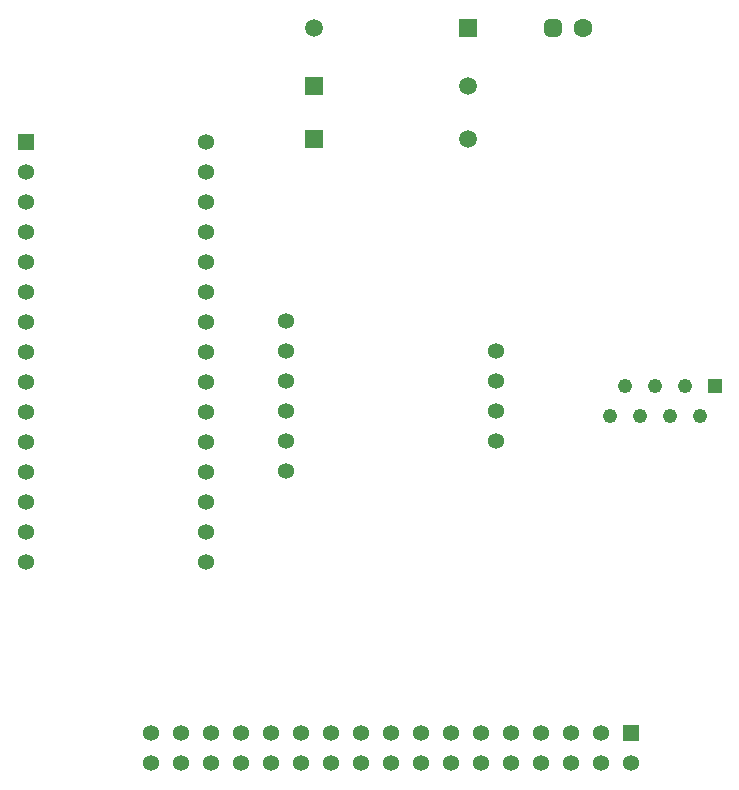
<source format=gbr>
G04 Generated by Ultiboard 14.1 *
%FSLAX24Y24*%
%MOIN*%

%ADD10C,0.0001*%
%ADD11R,0.0534X0.0534*%
%ADD12C,0.0534*%
%ADD13R,0.0208X0.0208*%
%ADD14C,0.0392*%
%ADD15C,0.0633*%
%ADD16C,0.0490*%
%ADD17R,0.0490X0.0490*%
%ADD18C,0.0591*%
%ADD19R,0.0591X0.0591*%


G04 ColorRGB FF00CC for the following layer *
%LNSolder Mask Top*%
%LPD*%
G54D10*
G54D11*
X22150Y2380D03*
X1970Y22100D03*
G54D12*
X21150Y2380D03*
X20150Y2380D03*
X19150Y2380D03*
X18150Y2380D03*
X17150Y2380D03*
X16150Y2380D03*
X15150Y2380D03*
X14150Y2380D03*
X13150Y2380D03*
X12150Y2380D03*
X11150Y2380D03*
X10150Y2380D03*
X9150Y2380D03*
X8150Y2380D03*
X7150Y2380D03*
X6150Y2380D03*
X22150Y1380D03*
X21150Y1380D03*
X20150Y1380D03*
X19150Y1380D03*
X18150Y1380D03*
X17150Y1380D03*
X16150Y1380D03*
X15150Y1380D03*
X14150Y1380D03*
X13150Y1380D03*
X12150Y1380D03*
X11150Y1380D03*
X10150Y1380D03*
X9150Y1380D03*
X8150Y1380D03*
X7150Y1380D03*
X6150Y1380D03*
X10650Y16130D03*
X10650Y15130D03*
X17650Y15130D03*
X10650Y14130D03*
X17650Y14130D03*
X10650Y13130D03*
X17650Y13130D03*
X10650Y12130D03*
X17650Y12130D03*
X10650Y11130D03*
X1970Y14100D03*
X7970Y19100D03*
X1970Y21100D03*
X7970Y21100D03*
X1970Y19100D03*
X7970Y16100D03*
X7970Y15100D03*
X7970Y22100D03*
X1970Y20100D03*
X7970Y20100D03*
X1970Y18100D03*
X7970Y18100D03*
X1970Y17100D03*
X7970Y17100D03*
X1970Y16100D03*
X1970Y15100D03*
X7970Y14100D03*
X1970Y13100D03*
X7970Y13100D03*
X1970Y12100D03*
X7970Y12100D03*
X1970Y11100D03*
X7970Y11100D03*
X1970Y10100D03*
X7970Y10100D03*
X1970Y9100D03*
X7970Y9100D03*
X1970Y8100D03*
X7970Y8100D03*
G54D13*
X19550Y25894D03*
G54D14*
X19446Y25790D02*
X19654Y25790D01*
X19654Y25998D01*
X19446Y25998D01*
X19446Y25790D01*D02*
G54D15*
X20550Y25894D03*
G54D16*
X21440Y12960D03*
X22440Y12960D03*
X23440Y12960D03*
X24440Y12960D03*
X21940Y13960D03*
X22940Y13960D03*
X23940Y13960D03*
G54D17*
X24940Y13960D03*
G54D18*
X16709Y22170D03*
X16709Y23960D03*
X11591Y25900D03*
G54D19*
X11591Y22170D03*
X11591Y23960D03*
X16709Y25900D03*

M02*

</source>
